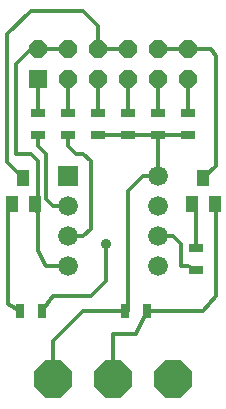
<source format=gbr>
G04 EAGLE Gerber X2 export*
%TF.Part,Single*%
%TF.FileFunction,Copper,L1,Top,Mixed*%
%TF.FilePolarity,Positive*%
%TF.GenerationSoftware,Autodesk,EAGLE,9.1.3*%
%TF.CreationDate,2018-08-31T23:25:58Z*%
G75*
%MOMM*%
%FSLAX34Y34*%
%LPD*%
%AMOC8*
5,1,8,0,0,1.08239X$1,22.5*%
G01*
%ADD10P,3.436588X8X22.500000*%
%ADD11P,1.649562X8X22.500000*%
%ADD12R,1.524000X1.524000*%
%ADD13R,1.000000X1.400000*%
%ADD14R,1.200000X0.800000*%
%ADD15R,0.800000X1.200000*%
%ADD16R,1.676400X1.676400*%
%ADD17C,1.676400*%
%ADD18C,0.304800*%
%ADD19C,0.900000*%


D10*
X101600Y25400D03*
D11*
X38100Y304800D03*
X63500Y304800D03*
X88900Y304800D03*
X114300Y304800D03*
X139700Y304800D03*
X165100Y304800D03*
D12*
X38100Y279400D03*
D11*
X63500Y279400D03*
X88900Y279400D03*
X114300Y279400D03*
X139700Y279400D03*
X165100Y279400D03*
D13*
X177800Y195150D03*
X187300Y173150D03*
X168300Y173150D03*
X25400Y195150D03*
X34900Y173150D03*
X15900Y173150D03*
D14*
X88900Y232300D03*
X88900Y250300D03*
X63500Y232300D03*
X63500Y250300D03*
X38100Y232300D03*
X38100Y250300D03*
X171450Y118000D03*
X171450Y136000D03*
X165100Y232300D03*
X165100Y250300D03*
X139700Y232300D03*
X139700Y250300D03*
D15*
X40750Y82550D03*
X22750Y82550D03*
D14*
X114300Y232300D03*
X114300Y250300D03*
D10*
X152400Y25400D03*
D16*
X63500Y196850D03*
D17*
X63500Y171450D03*
X63500Y146050D03*
X63500Y120650D03*
X139700Y120650D03*
X139700Y146050D03*
X139700Y171450D03*
X139700Y196850D03*
D10*
X50800Y25400D03*
D15*
X129650Y82550D03*
X111650Y82550D03*
D18*
X63500Y304800D02*
X38100Y304800D01*
X34900Y173150D02*
X38100Y165100D01*
X38100Y133350D01*
X44450Y120650D01*
X63500Y120650D01*
X187300Y173150D02*
X188216Y172234D01*
X188216Y95250D01*
X177800Y82550D01*
X129650Y82550D01*
X38100Y304800D02*
X31750Y304800D01*
X19050Y292100D01*
X19050Y215900D01*
X31750Y215900D01*
X38100Y209550D01*
X38100Y177800D01*
X34900Y173150D01*
X129650Y82550D02*
X120650Y63500D01*
X101600Y63500D01*
X101600Y25400D01*
X139700Y196850D02*
X139700Y232300D01*
X165100Y232300D01*
X139700Y232300D02*
X114300Y232300D01*
X88900Y232300D01*
X127000Y196850D02*
X139700Y196850D01*
X127000Y196850D02*
X114300Y184150D01*
X114300Y82550D01*
X111650Y82550D01*
X76200Y82550D01*
X50800Y57150D01*
X50800Y25400D01*
X50800Y171450D02*
X63500Y171450D01*
X38100Y222250D02*
X38100Y232300D01*
X38100Y222250D02*
X44450Y215900D01*
X44450Y177800D01*
X50800Y171450D01*
X38100Y250300D02*
X38100Y279400D01*
X63500Y232300D02*
X63500Y222250D01*
X69850Y215900D01*
X76200Y215900D01*
X82550Y209550D01*
X82550Y152400D01*
X76200Y146050D01*
X63500Y146050D01*
X63500Y250300D02*
X63500Y279400D01*
D19*
X95250Y139700D03*
D18*
X95250Y107950D01*
X82550Y95250D01*
X50800Y95250D01*
X40750Y82550D01*
X88900Y250300D02*
X88900Y279400D01*
X171450Y171450D02*
X171450Y136000D01*
X171450Y171450D02*
X168300Y173150D01*
X152400Y146050D02*
X139700Y146050D01*
X152400Y146050D02*
X158750Y139700D01*
X158750Y120650D01*
X165100Y120650D01*
X171450Y118000D01*
X139700Y250300D02*
X139700Y279400D01*
X165100Y279400D02*
X165100Y250300D01*
X188216Y205566D02*
X177800Y195150D01*
X188216Y205566D02*
X188216Y298450D01*
X184150Y304800D01*
X165100Y304800D01*
X139700Y304800D01*
X12700Y88900D02*
X22750Y82550D01*
X12700Y88900D02*
X12700Y171450D01*
X15900Y173150D01*
X114300Y250300D02*
X114300Y279400D01*
X114300Y304800D02*
X88900Y304800D01*
X88900Y311150D01*
X11684Y208866D02*
X25400Y195150D01*
X11684Y208866D02*
X11684Y317500D01*
X31750Y336550D01*
X76200Y336550D01*
X88900Y323850D01*
X88900Y311150D01*
M02*

</source>
